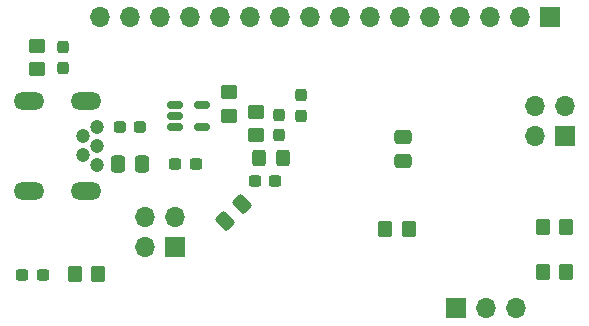
<source format=gbr>
%TF.GenerationSoftware,KiCad,Pcbnew,7.0.5*%
%TF.CreationDate,2023-07-22T19:28:39+09:00*%
%TF.ProjectId,power,706f7765-722e-46b6-9963-61645f706362,rev?*%
%TF.SameCoordinates,Original*%
%TF.FileFunction,Soldermask,Bot*%
%TF.FilePolarity,Negative*%
%FSLAX46Y46*%
G04 Gerber Fmt 4.6, Leading zero omitted, Abs format (unit mm)*
G04 Created by KiCad (PCBNEW 7.0.5) date 2023-07-22 19:28:39*
%MOMM*%
%LPD*%
G01*
G04 APERTURE LIST*
G04 Aperture macros list*
%AMRoundRect*
0 Rectangle with rounded corners*
0 $1 Rounding radius*
0 $2 $3 $4 $5 $6 $7 $8 $9 X,Y pos of 4 corners*
0 Add a 4 corners polygon primitive as box body*
4,1,4,$2,$3,$4,$5,$6,$7,$8,$9,$2,$3,0*
0 Add four circle primitives for the rounded corners*
1,1,$1+$1,$2,$3*
1,1,$1+$1,$4,$5*
1,1,$1+$1,$6,$7*
1,1,$1+$1,$8,$9*
0 Add four rect primitives between the rounded corners*
20,1,$1+$1,$2,$3,$4,$5,0*
20,1,$1+$1,$4,$5,$6,$7,0*
20,1,$1+$1,$6,$7,$8,$9,0*
20,1,$1+$1,$8,$9,$2,$3,0*%
G04 Aperture macros list end*
%ADD10C,1.200000*%
%ADD11O,2.600000X1.500000*%
%ADD12R,1.700000X1.700000*%
%ADD13O,1.700000X1.700000*%
%ADD14RoundRect,0.237500X0.237500X-0.300000X0.237500X0.300000X-0.237500X0.300000X-0.237500X-0.300000X0*%
%ADD15RoundRect,0.150000X-0.512500X-0.150000X0.512500X-0.150000X0.512500X0.150000X-0.512500X0.150000X0*%
%ADD16RoundRect,0.250000X0.450000X-0.350000X0.450000X0.350000X-0.450000X0.350000X-0.450000X-0.350000X0*%
%ADD17RoundRect,0.250000X0.337500X0.475000X-0.337500X0.475000X-0.337500X-0.475000X0.337500X-0.475000X0*%
%ADD18RoundRect,0.237500X-0.300000X-0.237500X0.300000X-0.237500X0.300000X0.237500X-0.300000X0.237500X0*%
%ADD19RoundRect,0.250000X0.350000X0.450000X-0.350000X0.450000X-0.350000X-0.450000X0.350000X-0.450000X0*%
%ADD20RoundRect,0.250000X-0.350000X-0.450000X0.350000X-0.450000X0.350000X0.450000X-0.350000X0.450000X0*%
%ADD21RoundRect,0.237500X-0.287500X-0.237500X0.287500X-0.237500X0.287500X0.237500X-0.287500X0.237500X0*%
%ADD22RoundRect,0.237500X0.300000X0.237500X-0.300000X0.237500X-0.300000X-0.237500X0.300000X-0.237500X0*%
%ADD23RoundRect,0.250000X-0.325000X-0.450000X0.325000X-0.450000X0.325000X0.450000X-0.325000X0.450000X0*%
%ADD24RoundRect,0.250000X-0.475000X0.337500X-0.475000X-0.337500X0.475000X-0.337500X0.475000X0.337500X0*%
%ADD25RoundRect,0.250000X-0.097227X0.574524X-0.574524X0.097227X0.097227X-0.574524X0.574524X-0.097227X0*%
G04 APERTURE END LIST*
D10*
%TO.C,J101*%
X71976000Y-49795000D03*
X70776000Y-50595000D03*
X71976000Y-51395000D03*
X70776000Y-52195000D03*
X71976000Y-52995000D03*
D11*
X71076000Y-47595000D03*
X71076000Y-55195000D03*
X66276000Y-55195000D03*
X66276000Y-47595000D03*
%TD*%
D12*
%TO.C,J108*%
X102377000Y-65151000D03*
D13*
X104917000Y-65151000D03*
X107457000Y-65151000D03*
%TD*%
D14*
%TO.C,C104*%
X69088000Y-44804500D03*
X69088000Y-43079500D03*
%TD*%
D15*
%TO.C,U103*%
X78618500Y-49845000D03*
X78618500Y-48895000D03*
X78618500Y-47945000D03*
X80893500Y-47945000D03*
X80893500Y-49845000D03*
%TD*%
D16*
%TO.C,R111*%
X83185000Y-48879000D03*
X83185000Y-46879000D03*
%TD*%
D17*
%TO.C,C107*%
X75840500Y-52959000D03*
X73765500Y-52959000D03*
%TD*%
D12*
%TO.C,J105*%
X110363000Y-40513000D03*
D13*
X107823000Y-40513000D03*
X105283000Y-40513000D03*
X102743000Y-40513000D03*
X100203000Y-40513000D03*
X97663000Y-40513000D03*
X95123000Y-40513000D03*
X92583000Y-40513000D03*
X90043000Y-40513000D03*
X87503000Y-40513000D03*
X84963000Y-40513000D03*
X82423000Y-40513000D03*
X79883000Y-40513000D03*
X77343000Y-40513000D03*
X74803000Y-40513000D03*
X72263000Y-40513000D03*
%TD*%
D18*
%TO.C,C105*%
X78639500Y-52959000D03*
X80364500Y-52959000D03*
%TD*%
D19*
%TO.C,R112*%
X72120000Y-62230000D03*
X70120000Y-62230000D03*
%TD*%
D20*
%TO.C,R115*%
X109744000Y-62103000D03*
X111744000Y-62103000D03*
%TD*%
D12*
%TO.C,J102*%
X78613000Y-59944000D03*
D13*
X78613000Y-57404000D03*
X76073000Y-59944000D03*
X76073000Y-57404000D03*
%TD*%
D20*
%TO.C,R113*%
X109744000Y-58293000D03*
X111744000Y-58293000D03*
%TD*%
D14*
%TO.C,C109*%
X89281000Y-48868500D03*
X89281000Y-47143500D03*
%TD*%
D12*
%TO.C,J107*%
X111633000Y-50546000D03*
D13*
X111633000Y-48006000D03*
X109093000Y-50546000D03*
X109093000Y-48006000D03*
%TD*%
D21*
%TO.C,FB101*%
X73928000Y-49784000D03*
X75678000Y-49784000D03*
%TD*%
D14*
%TO.C,C110*%
X87376000Y-50519500D03*
X87376000Y-48794500D03*
%TD*%
D22*
%TO.C,C116*%
X87095500Y-54356000D03*
X85370500Y-54356000D03*
%TD*%
D23*
%TO.C,FB102*%
X85716000Y-52451000D03*
X87766000Y-52451000D03*
%TD*%
D19*
%TO.C,R109*%
X98409000Y-58420000D03*
X96409000Y-58420000D03*
%TD*%
D22*
%TO.C,C113*%
X67410500Y-62357000D03*
X65685500Y-62357000D03*
%TD*%
D24*
%TO.C,C112*%
X97917000Y-50651500D03*
X97917000Y-52726500D03*
%TD*%
D25*
%TO.C,C119*%
X84299623Y-56289377D03*
X82832377Y-57756623D03*
%TD*%
D16*
%TO.C,R101*%
X66929000Y-44942000D03*
X66929000Y-42942000D03*
%TD*%
%TO.C,R110*%
X85471000Y-50530000D03*
X85471000Y-48530000D03*
%TD*%
M02*

</source>
